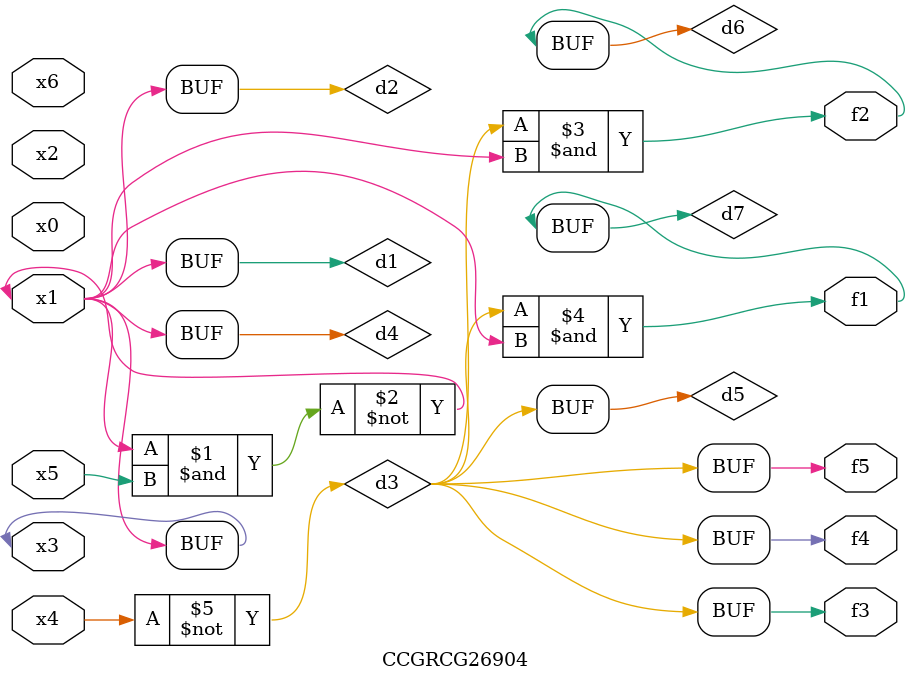
<source format=v>
module CCGRCG26904(
	input x0, x1, x2, x3, x4, x5, x6,
	output f1, f2, f3, f4, f5
);

	wire d1, d2, d3, d4, d5, d6, d7;

	buf (d1, x1, x3);
	nand (d2, x1, x5);
	not (d3, x4);
	buf (d4, d1, d2);
	buf (d5, d3);
	and (d6, d3, d4);
	and (d7, d3, d4);
	assign f1 = d7;
	assign f2 = d6;
	assign f3 = d5;
	assign f4 = d5;
	assign f5 = d5;
endmodule

</source>
